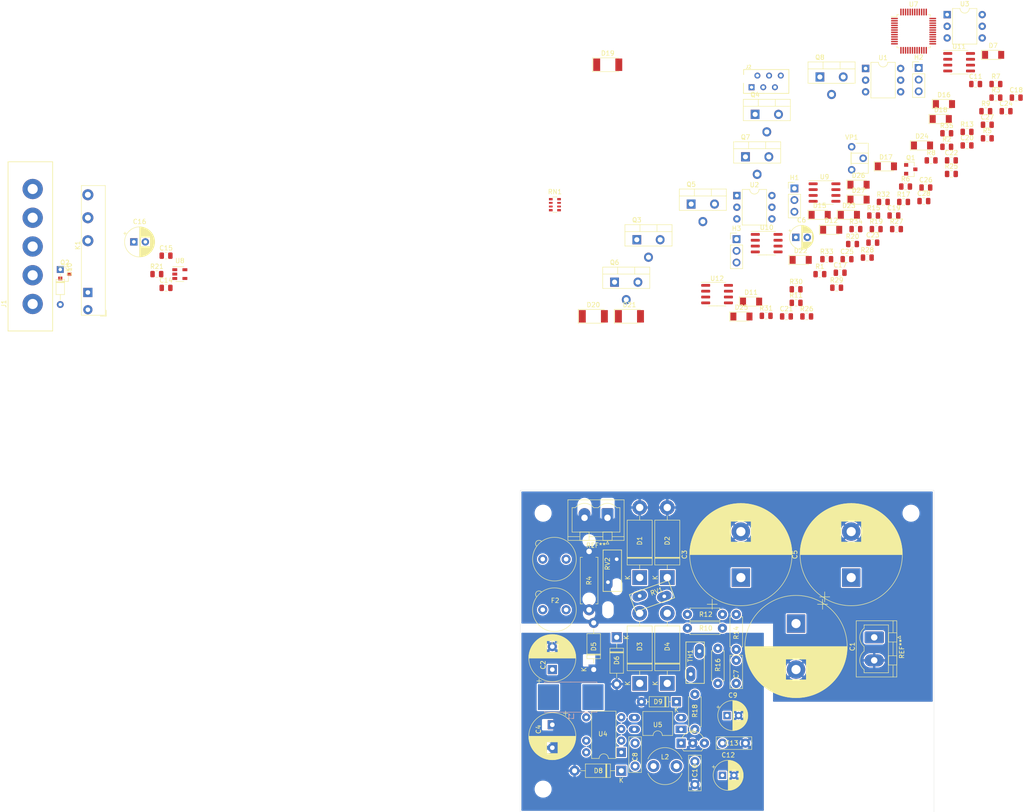
<source format=kicad_pcb>
(kicad_pcb (version 20171130) (host pcbnew "(5.1.2)-1")
  (layers (0 F.Cu signal) (31 B.Cu signal) (34 B.Paste user hide) (35 F.Paste user hide) (36 B.SilkS user hide) (37 F.SilkS user) (38 B.Mask user hide) (39 F.Mask user hide) (44 Edge.Cuts user))
  (net 0 "")
  (net 1 GND)
  (net 2 /VCC)
  (net 3 /OKP)
  (net 4 /OKM)
  (net 5 "Net-(U1-Pad1)")
  (net 6 "Net-(U1-Pad3)")
  (net 7 "Net-(U1-Pad6)")
  (net 8 /PHA)
  (net 9 /PHB)
  (net 10 /PHC)
  (net 11 /LED)
  (net 12 /OUT_BRK)
  (net 13 /CHA)
  (net 14 /CHB)
  (net 15 /CHC)
  (net 16 /SWDIO)
  (net 17 /SWDCLK)
  (net 18 /TXD)
  (net 19 /RXD)
  (net 20 /SPEED)
  (net 21 /~NRST)
  (net 22 /3VDC)
  (net 23 /CURR)
  (net 24 /ACN)
  (net 25 "Net-(Q1-Pad1)")
  (net 26 "Net-(Q1-Pad2)")
  (net 27 "Net-(Q1-Pad3)")
  (net 28 "Net-(D18-Pad2)")
  (net 29 "Net-(R1-Pad1)")
  (net 30 "Net-(R2-Pad1)")
  (net 31 /TX)
  (net 32 /RX)
  (net 33 GNDD)
  (net 34 "Net-(R6-Pad2)")
  (net 35 "Net-(R9-Pad2)")
  (net 36 "Net-(U2-Pad6)")
  (net 37 "Net-(U2-Pad3)")
  (net 38 /VEXT)
  (net 39 "Net-(U3-Pad3)")
  (net 40 "Net-(U3-Pad6)")
  (net 41 "Net-(U4-Pad4)")
  (net 42 "Net-(C2-Pad1)")
  (net 43 "Net-(U7-Pad5)")
  (net 44 "Net-(U7-Pad6)")
  (net 45 /SA)
  (net 46 /SB)
  (net 47 /SC)
  (net 48 "Net-(U7-Pad21)")
  (net 49 "Net-(U7-Pad22)")
  (net 50 "Net-(U7-Pad25)")
  (net 51 "Net-(U7-Pad26)")
  (net 52 "Net-(U7-Pad27)")
  (net 53 "Net-(U7-Pad28)")
  (net 54 "Net-(U7-Pad32)")
  (net 55 "Net-(U7-Pad33)")
  (net 56 "Net-(U7-Pad38)")
  (net 57 "Net-(U7-Pad39)")
  (net 58 "Net-(U7-Pad40)")
  (net 59 "Net-(U7-Pad41)")
  (net 60 "Net-(U7-Pad45)")
  (net 61 "Net-(U7-Pad46)")
  (net 62 /VB)
  (net 63 /ACL)
  (net 64 "Net-(J1-Pad3)")
  (net 65 "Net-(D22-Pad1)")
  (net 66 "Net-(D23-Pad1)")
  (net 67 "Net-(C24-Pad2)")
  (net 68 /5VDC)
  (net 69 /CHAN)
  (net 70 /CHBN)
  (net 71 /CHCN)
  (net 72 "Net-(C4-Pad1)")
  (net 73 "Net-(C21-Pad2)")
  (net 74 "Net-(C22-Pad2)")
  (net 75 "Net-(C23-Pad2)")
  (net 76 "Net-(D1-Pad1)")
  (net 77 "Net-(D5-Pad2)")
  (net 78 "Net-(D7-Pad1)")
  (net 79 "Net-(D9-Pad1)")
  (net 80 "Net-(D22-Pad2)")
  (net 81 "Net-(D23-Pad2)")
  (net 82 "Net-(F2-Pad1)")
  (net 83 "Net-(R10-Pad2)")
  (net 84 "Net-(C21-Pad1)")
  (net 85 "Net-(C22-Pad1)")
  (net 86 "Net-(C23-Pad1)")
  (net 87 "Net-(D24-Pad1)")
  (net 88 "Net-(D24-Pad2)")
  (net 89 "Net-(D25-Pad2)")
  (net 90 "Net-(D25-Pad1)")
  (net 91 "Net-(D26-Pad1)")
  (net 92 "Net-(D26-Pad2)")
  (net 93 "Net-(C1-Pad1)")
  (net 94 "Net-(D27-Pad2)")
  (net 95 "Net-(K1-Pad12)")
  (net 96 /VBON)
  (net 97 /ADCVB)
  (net 98 "Net-(C8-Pad1)")
  (net 99 "Net-(C8-Pad2)")
  (net 100 "Net-(C14-Pad2)")
  (net 101 "Net-(D10-Pad2)")
  (net 102 "Net-(D27-Pad1)")
  (net 103 "Net-(Q4-Pad3)")
  (net 104 "Net-(R12-Pad2)")
  (net 105 "Net-(R19-Pad1)")
  (net 106 "Net-(R21-Pad2)")
  (net 107 "Net-(R26-Pad1)")
  (net 108 /DIR)
  (net 109 /TEMPON)
  (net 110 GNDPWR)
  (net 111 "Net-(RN1-Pad4)")
  (net 112 "Net-(D3-Pad1)")
  (module Connector_Phoenix_MSTB:PhoenixContact_MSTBVA_2,5_2-G_1x02_P5.00mm_Vertical (layer F.Cu) (at 129 36 180)
    (fp_text reference REF** (at 2.5 -6) (layer F.SilkS))
    (fp_text value PhoenixContact_MSTBVA_2,5_2-G_1x02_P5.00mm_Vertical)
    (pad 1 thru_hole roundrect (at 0 0 180) (size 2.6 4.2) (drill 1.4) (layers *.Cu *.Mask) (roundrect_rratio 0.125) (net 24 /ACN))
    (pad 2 thru_hole oval (at 5 0 180) (size 2.6 4.2) (drill 1.4) (layers *.Cu *.Mask) (net 63 /ACL))
  )
  (module Connector_Phoenix_MSTB:PhoenixContact_MSTBVA_2,5_2-G_1x02_P5.00mm_Vertical (layer F.Cu) (at 187 62 270)
    (fp_text reference REF** (at 2.5 -6 90) (layer F.SilkS))
    (fp_text value PhoenixContact_MSTBVA_2,5_2-G_1x02_P5.00mm_Vertical)
    (pad 2 thru_hole oval (at 5 0 270) (size 2.6 4.2) (drill 1.4) (layers *.Cu *.Mask) (net 110 GNDPWR))
    (pad 1 thru_hole roundrect (at 0 0 270) (size 2.6 4.2) (drill 1.4) (layers *.Cu *.Mask) (roundrect_rratio 0.125) (net 93 "Net-(C1-Pad1)"))
  )
  (module Package_TO_SOT_THT:TO-92L_Inline_Wide (layer F.Cu) (at 145 85)
    (fp_text reference U6 (at 2.54 -2.6 -180) (layer F.SilkS) (effects (font (size 0.7 0.7))))
    (fp_text value LM340MP-5.0)
    (pad 1 thru_hole rect (at 0 0 90) (size 2 2) (drill 0.8) (layers *.Cu *.Mask) (net 2 /VCC))
    (pad 3 thru_hole circle (at 5.08 0 90) (size 2 2) (drill 0.8) (layers *.Cu *.Mask) (net 68 /5VDC))
    (pad 2 thru_hole circle (at 2.54 0 90) (size 2 2) (drill 0.8) (layers *.Cu *.Mask) (net 33 GNDD))
  )
  (module Capacitor_THT:C_Rect_L7.0mm_W2.5mm_P5.00mm (layer F.Cu) (at 157 72 90)
    (fp_text reference C7 (at 2 0 90) (layer F.SilkS))
    (fp_text value 100n)
    (pad 2 thru_hole circle (at 5 0 180) (size 2 2) (drill 0.8) (layers *.Cu *.Mask) (net 97 /ADCVB))
    (pad 1 thru_hole circle (at 0 0 180) (size 2 2) (drill 0.8) (layers *.Cu *.Mask) (net 110 GNDPWR))
  )
  (module Resistor_THT:R_Axial_DIN0207_L6.3mm_D2.5mm_P7.62mm_Horizontal (layer F.Cu) (at 153 72 90)
    (fp_text reference R16 (at 4 0 90) (layer F.SilkS))
    (fp_text value 2k2)
    (pad 2 thru_hole circle (at 7.62 0 180) (size 2 2) (drill 0.8) (layers *.Cu *.Mask) (net 97 /ADCVB))
    (pad 1 thru_hole circle (at 0 0 180) (size 2 2) (drill 0.8) (layers *.Cu *.Mask) (net 110 GNDPWR))
  )
  (module Resistor_THT:R_Axial_DIN0207_L6.3mm_D2.5mm_P7.62mm_Horizontal (layer F.Cu) (at 157 57 270)
    (fp_text reference R14 (at 4 0 90) (layer F.SilkS))
    (fp_text value 100k)
    (pad 2 thru_hole circle (at 7.62 0) (size 2 2) (drill 0.8) (layers *.Cu *.Mask) (net 97 /ADCVB))
    (pad 1 thru_hole circle (at 0 0) (size 2 2) (drill 0.8) (layers *.Cu *.Mask) (net 104 "Net-(R12-Pad2)"))
  )
  (module Resistor_THT:R_Axial_DIN0207_L6.3mm_D2.5mm_P7.62mm_Horizontal (layer F.Cu) (at 146.38 57)
    (fp_text reference R12 (at 4 0) (layer F.SilkS))
    (fp_text value 100k)
    (pad 2 thru_hole circle (at 7.62 0 90) (size 2 2) (drill 0.8) (layers *.Cu *.Mask) (net 104 "Net-(R12-Pad2)"))
    (pad 1 thru_hole circle (at 0 0 90) (size 2 2) (drill 0.8) (layers *.Cu *.Mask) (net 83 "Net-(R10-Pad2)"))
  )
  (module Resistor_THT:R_Axial_DIN0207_L6.3mm_D2.5mm_P7.62mm_Horizontal (layer F.Cu) (at 154 60 180)
    (fp_text reference R10 (at 3.62 0) (layer F.SilkS))
    (fp_text value 100k)
    (pad 2 thru_hole circle (at 7.62 0 270) (size 2 2) (drill 0.8) (layers *.Cu *.Mask) (net 83 "Net-(R10-Pad2)"))
    (pad 1 thru_hole circle (at 0 0 270) (size 2 2) (drill 0.8) (layers *.Cu *.Mask) (net 93 "Net-(C1-Pad1)"))
  )
  (module Capacitor_THT:C_Disc_D7.5mm_W2.5mm_P5.00mm (layer F.Cu) (at 159 85 180)
    (fp_text reference C13 (at 3 0) (layer F.SilkS))
    (fp_text value 100n)
    (pad 2 thru_hole circle (at 5 0 180) (size 2 2) (drill 1) (layers *.Cu *.Mask) (net 68 /5VDC))
    (pad 1 thru_hole circle (at 0 0 180) (size 2 2) (drill 1) (layers *.Cu *.Mask) (net 33 GNDD))
  )
  (module Capacitor_THT:C_Disc_D7.5mm_W2.5mm_P5.00mm (layer F.Cu) (at 148 94 90)
    (fp_text reference C10 (at 3 0 90) (layer F.SilkS))
    (fp_text value 100n)
    (pad 2 thru_hole circle (at 5 0 90) (size 2 2) (drill 1) (layers *.Cu *.Mask) (net 2 /VCC))
    (pad 1 thru_hole circle (at 0 0 90) (size 2 2) (drill 1) (layers *.Cu *.Mask) (net 33 GNDD))
  )
  (module Diode_THT:D_DO-34_SOD68_P7.62mm_Horizontal (layer F.Cu) (at 10 -18 270)
    (fp_text reference D10 (at 0 -2 90) (layer F.SilkS))
    (fp_text value LL4148)
    (fp_text user K (at 0 -1.75 90) (layer F.SilkS))
    (pad 2 thru_hole oval (at 7.62 0 270) (size 1.5 1.5) (drill 0.75) (layers *.Cu *.Mask) (net 101 "Net-(D10-Pad2)"))
    (pad 1 thru_hole rect (at 0 0 270) (size 1.5 1.5) (drill 0.75) (layers *.Cu *.Mask) (net 2 /VCC))
  )
  (module Resistor_THT:R_Axial_DIN0207_L6.3mm_D2.5mm_P7.62mm_Horizontal (layer F.Cu) (at 148 74.38 270)
    (fp_text reference R18 (at 3.62 0 90) (layer F.SilkS))
    (fp_text value 4k7)
    (pad 2 thru_hole circle (at 7.62 0) (size 2 2) (drill 0.8) (layers *.Cu *.Mask) (net 2 /VCC))
    (pad 1 thru_hole circle (at 0 0) (size 2 2) (drill 0.8) (layers *.Cu *.Mask) (net 79 "Net-(D9-Pad1)"))
  )
  (module Diode_THT:D_DO-35_SOD27_P7.62mm_Horizontal (layer F.Cu) (at 144 76 180)
    (fp_text reference D9 (at 4 0) (layer F.SilkS))
    (fp_text value 12V)
    (fp_text user K (at 0 -1.8) (layer F.SilkS))
    (pad 2 thru_hole circle (at 7.62 0 270) (size 2 2) (drill 0.8) (layers *.Cu *.Mask) (net 33 GNDD))
    (pad 1 thru_hole rect (at 0 0 270) (size 2 2) (drill 0.8) (layers *.Cu *.Mask) (net 79 "Net-(D9-Pad1)"))
  )
  (module Package_DIP:DIP-4_W10.16mm_LongPads (layer F.Cu) (at 145 82 180)
    (fp_text reference U5 (at 5.08 1) (layer F.SilkS))
    (fp_text value PC817)
    (pad 1 thru_hole rect (at 0 0 180) (size 2.4 1.6) (drill 0.8) (layers *.Cu *.Mask) (net 2 /VCC))
    (pad 3 thru_hole oval (at 10.16 2.54 180) (size 2.4 1.6) (drill 0.8) (layers *.Cu *.Mask) (net 41 "Net-(U4-Pad4)"))
    (pad 2 thru_hole oval (at 0 2.54 180) (size 2.4 1.6) (drill 0.8) (layers *.Cu *.Mask) (net 79 "Net-(D9-Pad1)"))
    (pad 4 thru_hole oval (at 10.16 0 180) (size 2.4 1.6) (drill 0.8) (layers *.Cu *.Mask) (net 99 "Net-(C8-Pad2)"))
  )
  (module Capacitor_THT:C_Disc_D7.5mm_W2.5mm_P5.00mm (layer F.Cu) (at 135 90 90)
    (fp_text reference C8 (at 2 0 90) (layer F.SilkS))
    (fp_text value 100n)
    (pad 2 thru_hole circle (at 5 0 90) (size 2 2) (drill 1) (layers *.Cu *.Mask) (net 99 "Net-(C8-Pad2)"))
    (pad 1 thru_hole circle (at 0 0 90) (size 2 2) (drill 1) (layers *.Cu *.Mask) (net 98 "Net-(C8-Pad1)"))
  )
  (module Package_DIP:DIP-8-N6_W7.62mm (layer F.Cu) (at 132 87 180)
    (fp_text reference U4 (at 4 4) (layer F.SilkS))
    (fp_text value LNK304G)
    (pad 8 thru_hole circle (at 7.62 0 270) (size 1.8 1.8) (drill 0.8) (layers *.Cu *.Mask) (net 98 "Net-(C8-Pad1)"))
    (pad 4 thru_hole circle (at 0 7.62 270) (size 1.8 1.8) (drill 0.8) (layers *.Cu *.Mask) (net 41 "Net-(U4-Pad4)"))
    (pad 7 thru_hole circle (at 7.62 2.54 270) (size 1.8 1.8) (drill 0.8) (layers *.Cu *.Mask) (net 98 "Net-(C8-Pad1)"))
    (pad 3 thru_hole circle (at 0 5.08 270) (size 1.8 1.8) (drill 0.8) (layers *.Cu *.Mask) (net 99 "Net-(C8-Pad2)"))
    (pad 2 thru_hole circle (at 0 2.54 270) (size 1.8 1.8) (drill 0.8) (layers *.Cu *.Mask) (net 98 "Net-(C8-Pad1)"))
    (pad 5 thru_hole circle (at 7.62 7.62 270) (size 1.8 1.8) (drill 0.8) (layers *.Cu *.Mask) (net 72 "Net-(C4-Pad1)"))
    (pad 1 thru_hole rect (at 0 0 180) (size 2 2) (drill 0.8) (layers *.Cu *.Mask) (net 98 "Net-(C8-Pad1)"))
  )
  (module Diode_THT:D_DO-41_SOD81_P10.16mm_Horizontal (layer F.Cu) (at 126 69 90)
    (fp_text reference D5 (at 5 0 90) (layer F.SilkS))
    (fp_text value LL4005)
    (fp_text user K (at 0 -2.1 90) (layer F.SilkS))
    (pad 2 thru_hole oval (at 10.16 0 90) (size 2.2 2.2) (drill 1.1) (layers *.Cu *.Mask) (net 77 "Net-(D5-Pad2)"))
    (pad 1 thru_hole rect (at 0 0 90) (size 2.2 2.2) (drill 1.1) (layers *.Cu *.Mask) (net 42 "Net-(C2-Pad1)"))
  )
  (module Diode_THT:D_DO-41_SOD81_P10.16mm_Horizontal (layer F.Cu) (at 131 62 270)
    (fp_text reference D6 (at 5 0 90) (layer F.SilkS))
    (fp_text value LL4005)
    (fp_text user K (at 0 -2.1 90) (layer F.SilkS))
    (pad 2 thru_hole oval (at 10.16 0 270) (size 2.2 2.2) (drill 1.1) (layers *.Cu *.Mask) (net 33 GNDD))
    (pad 1 thru_hole rect (at 0 0 270) (size 2.2 2.2) (drill 1.1) (layers *.Cu *.Mask) (net 24 /ACN))
  )
  (module MountingHole:MountingHole_3.2mm_M3 (layer F.Cu) (at 115 35)
    (fp_text reference REF** hide)
    (fp_text value MountingHole_3.2mm_M3)
    (pad 1 np_thru_hole circle (at 0 0) (size 3.2 3.2) (drill 3.2) (layers *.Cu *.Mask))
  )
  (module MountingHole:MountingHole_3.2mm_M3 (layer F.Cu) (at 115 95)
    (fp_text reference REF** hide)
    (fp_text value MountingHole_3.2mm_M3)
    (pad 1 np_thru_hole circle (at 0 0) (size 3.2 3.2) (drill 3.2) (layers *.Cu *.Mask))
  )
  (module MountingHole:MountingHole_3.2mm_M3 (layer F.Cu) (at 195 95)
    (fp_text reference REF** hide)
    (fp_text value MountingHole_3.2mm_M3)
    (pad 1 np_thru_hole circle (at 0 0) (size 3.2 3.2) (drill 3.2) (layers *.Cu *.Mask))
  )
  (module MountingHole:MountingHole_3.2mm_M3 (layer F.Cu) (at 195 35)
    (fp_text reference REF** hide)
    (fp_text value MountingHole_3.2mm_M3)
    (pad 1 np_thru_hole circle (at 0 0) (size 3.2 3.2) (drill 3.2) (layers *.Cu *.Mask))
  )
  (module Capacitor_THT:CP_Radial_D22.0mm_P10.00mm_SnapIn (layer F.Cu) (at 170 59 270)
    (fp_text reference C1 (at 5 -12.25 90) (layer F.SilkS))
    (fp_text value 120x400V)
    (pad 1 thru_hole rect (at 0 0 270) (size 4 4) (drill 2) (layers *.Cu *.Mask) (net 93 "Net-(C1-Pad1)"))
    (pad 2 thru_hole circle (at 10 0 270) (size 4 4) (drill 2) (layers *.Cu *.Mask) (net 110 GNDPWR))
  )
  (module Capacitor_THT:CP_Radial_D10.0mm_P5.00mm (layer F.Cu) (at 117 69 90)
    (fp_text reference C2 (at 1 -2 90) (layer F.SilkS))
    (fp_text value 4.7x400V)
    (pad 2 thru_hole circle (at 5 0 90) (size 2 2) (drill 1) (layers *.Cu *.Mask) (net 33 GNDD))
    (pad 1 thru_hole rect (at 0 0 90) (size 2 2) (drill 1) (layers *.Cu *.Mask) (net 42 "Net-(C2-Pad1)"))
  )
  (module Capacitor_THT:CP_Radial_D22.0mm_P10.00mm_SnapIn (layer F.Cu) (at 158 49 90)
    (fp_text reference C3 (at 5 -12.25 90) (layer F.SilkS))
    (fp_text value 120x400V)
    (pad 1 thru_hole rect (at 0 0 90) (size 4 4) (drill 2) (layers *.Cu *.Mask) (net 93 "Net-(C1-Pad1)"))
    (pad 2 thru_hole circle (at 10 0 90) (size 4 4) (drill 2) (layers *.Cu *.Mask) (net 110 GNDPWR))
  )
  (module Capacitor_THT:CP_Radial_D10.0mm_P5.00mm (layer F.Cu) (at 117 81 270)
    (fp_text reference C4 (at 1 3 90) (layer F.SilkS))
    (fp_text value 4.7x400V)
    (pad 1 thru_hole rect (at 0 0 270) (size 2 2) (drill 1) (layers *.Cu *.Mask) (net 72 "Net-(C4-Pad1)"))
    (pad 2 thru_hole circle (at 5 0 270) (size 2 2) (drill 1) (layers *.Cu *.Mask) (net 33 GNDD))
  )
  (module Capacitor_THT:CP_Radial_D22.0mm_P10.00mm_SnapIn (layer F.Cu) (at 182 49 90)
    (fp_text reference C5 (at 5 -12.25 90) (layer F.SilkS))
    (fp_text value 120x400V)
    (pad 2 thru_hole circle (at 10 0 90) (size 4 4) (drill 2) (layers *.Cu *.Mask) (net 110 GNDPWR))
    (pad 1 thru_hole rect (at 0 0 90) (size 4 4) (drill 2) (layers *.Cu *.Mask) (net 93 "Net-(C1-Pad1)"))
  )
  (module Capacitor_THT:CP_Radial_D5.0mm_P2.50mm (layer F.Cu) (at 169.954776 -24.984999)
    (fp_text reference C6 (at 1.25 -3.75) (layer F.SilkS))
    (fp_text value 1.0x50V)
    (pad 1 thru_hole rect (at 0 0) (size 1.6 1.6) (drill 0.8) (layers *.Cu *.Mask) (net 20 /SPEED))
    (pad 2 thru_hole circle (at 2.5 0) (size 1.6 1.6) (drill 0.8) (layers *.Cu *.Mask) (net 33 GNDD))
  )
  (module Capacitor_THT:CP_Radial_D6.3mm_P2.50mm (layer F.Cu) (at 155 79)
    (fp_text reference C9 (at 1.25 -4.4) (layer F.SilkS))
    (fp_text value 100x16V)
    (pad 2 thru_hole circle (at 2.5 0) (size 1.6 1.6) (drill 0.8) (layers *.Cu *.Mask) (net 33 GNDD))
    (pad 1 thru_hole rect (at 0 0) (size 1.6 1.6) (drill 0.8) (layers *.Cu *.Mask) (net 2 /VCC))
  )
  (module Capacitor_SMD:C_0805_2012Metric (layer F.Cu) (at 209.055001 -58.324999)
    (fp_text reference C11 (at 0 -1.65) (layer F.SilkS))
    (fp_text value 100n)
    (pad 2 smd roundrect (at 0.9375 0) (size 0.975 1.4) (layers F.Cu F.Paste F.Mask) (net 21 /~NRST))
    (pad 1 smd roundrect (at -0.9375 0) (size 0.975 1.4) (layers F.Cu F.Paste F.Mask) (net 33 GNDD))
  )
  (module Capacitor_THT:CP_Radial_D6.3mm_P2.50mm (layer F.Cu) (at 154 92)
    (fp_text reference C12 (at 1.25 -4.4) (layer F.SilkS))
    (fp_text value 100x16V)
    (pad 1 thru_hole rect (at 0 0) (size 1.6 1.6) (drill 0.8) (layers *.Cu *.Mask) (net 68 /5VDC))
    (pad 2 thru_hole circle (at 2.5 0) (size 1.6 1.6) (drill 0.8) (layers *.Cu *.Mask) (net 33 GNDD))
  )
  (module Capacitor_SMD:C_0805_2012Metric (layer F.Cu) (at 33 -14)
    (fp_text reference C14 (at 0 -1.65) (layer F.SilkS))
    (fp_text value 100n)
    (pad 1 smd roundrect (at -0.9375 0) (size 0.975 1.4) (layers F.Cu F.Paste F.Mask) (net 33 GNDD))
    (pad 2 smd roundrect (at 0.9375 0) (size 0.975 1.4) (layers F.Cu F.Paste F.Mask) (net 100 "Net-(C14-Pad2)"))
  )
  (module Capacitor_SMD:C_0805_2012Metric (layer F.Cu) (at 33 -21)
    (fp_text reference C15 (at 0 -1.65) (layer F.SilkS))
    (fp_text value 100n)
    (pad 2 smd roundrect (at 0.9375 0) (size 0.975 1.4) (layers F.Cu F.Paste F.Mask) (net 22 /3VDC))
    (pad 1 smd roundrect (at -0.9375 0) (size 0.975 1.4) (layers F.Cu F.Paste F.Mask) (net 33 GNDD))
  )
  (module Capacitor_THT:CP_Radial_D6.3mm_P2.50mm (layer F.Cu) (at 26 -24)
    (fp_text reference C16 (at 1.25 -4.4) (layer F.SilkS))
    (fp_text value 100x16V)
    (pad 1 thru_hole rect (at 0 0) (size 1.6 1.6) (drill 0.8) (layers *.Cu *.Mask) (net 22 /3VDC))
    (pad 2 thru_hole circle (at 2.5 0) (size 1.6 1.6) (drill 0.8) (layers *.Cu *.Mask) (net 33 GNDD))
  )
  (module Capacitor_SMD:C_0805_2012Metric (layer F.Cu) (at 179.595001 -17.294999)
    (fp_text reference C17 (at 0 -1.65) (layer F.SilkS))
    (fp_text value 100n)
    (pad 2 smd roundrect (at 0.9375 0) (size 0.975 1.4) (layers F.Cu F.Paste F.Mask) (net 2 /VCC))
    (pad 1 smd roundrect (at -0.9375 0) (size 0.975 1.4) (layers F.Cu F.Paste F.Mask) (net 110 GNDPWR))
  )
  (module Capacitor_SMD:C_0805_2012Metric (layer F.Cu) (at 217.875001 -55.374999)
    (fp_text reference C18 (at 0 -1.65) (layer F.SilkS))
    (fp_text value 100n)
    (pad 2 smd roundrect (at 0.9375 0) (size 0.975 1.4) (layers F.Cu F.Paste F.Mask) (net 2 /VCC))
    (pad 1 smd roundrect (at -0.9375 0) (size 0.975 1.4) (layers F.Cu F.Paste F.Mask) (net 110 GNDPWR))
  )
  (module Capacitor_SMD:C_0805_2012Metric (layer F.Cu) (at 191.285001 -29.734999)
    (fp_text reference C19 (at 0 -1.65) (layer F.SilkS))
    (fp_text value 100n)
    (pad 1 smd roundrect (at -0.9375 0) (size 0.975 1.4) (layers F.Cu F.Paste F.Mask) (net 110 GNDPWR))
    (pad 2 smd roundrect (at 0.9375 0) (size 0.975 1.4) (layers F.Cu F.Paste F.Mask) (net 2 /VCC))
  )
  (module Capacitor_SMD:C_0805_2012Metric (layer F.Cu) (at 207.185001 -44.974999)
    (fp_text reference C20 (at 0 -1.65) (layer F.SilkS))
    (fp_text value 1n0)
    (pad 1 smd roundrect (at -0.9375 0) (size 0.975 1.4) (layers F.Cu F.Paste F.Mask) (net 110 GNDPWR))
    (pad 2 smd roundrect (at 0.9375 0) (size 0.975 1.4) (layers F.Cu F.Paste F.Mask) (net 23 /CURR))
  )
  (module Capacitor_SMD:C_0805_2012Metric (layer F.Cu) (at 167.915001 -7.794999)
    (fp_text reference C21 (at 0 -1.65) (layer F.SilkS))
    (fp_text value 1.0uFx50V)
    (pad 2 smd roundrect (at 0.9375 0) (size 0.975 1.4) (layers F.Cu F.Paste F.Mask) (net 73 "Net-(C21-Pad2)"))
    (pad 1 smd roundrect (at -0.9375 0) (size 0.975 1.4) (layers F.Cu F.Paste F.Mask) (net 84 "Net-(C21-Pad1)"))
  )
  (module Capacitor_SMD:C_0805_2012Metric (layer F.Cu) (at 203.785001 -41.724999)
    (fp_text reference C22 (at 0 -1.65) (layer F.SilkS))
    (fp_text value 1.0uFx50V)
    (pad 1 smd roundrect (at -0.9375 0) (size 0.975 1.4) (layers F.Cu F.Paste F.Mask) (net 85 "Net-(C22-Pad1)"))
    (pad 2 smd roundrect (at 0.9375 0) (size 0.975 1.4) (layers F.Cu F.Paste F.Mask) (net 74 "Net-(C22-Pad2)"))
  )
  (module Capacitor_SMD:C_0805_2012Metric (layer F.Cu) (at 186.695001 -23.834999)
    (fp_text reference C23 (at 0 -1.65) (layer F.SilkS))
    (fp_text value 1.0uFx50V)
    (pad 1 smd roundrect (at -0.9375 0) (size 0.975 1.4) (layers F.Cu F.Paste F.Mask) (net 86 "Net-(C23-Pad1)"))
    (pad 2 smd roundrect (at 0.9375 0) (size 0.975 1.4) (layers F.Cu F.Paste F.Mask) (net 75 "Net-(C23-Pad2)"))
  )
  (module Capacitor_SMD:C_0805_2012Metric (layer F.Cu) (at 215.675001 -52.424999)
    (fp_text reference C24 (at 0 -1.65) (layer F.SilkS))
    (fp_text value 1n0)
    (pad 1 smd roundrect (at -0.9375 0) (size 0.975 1.4) (layers F.Cu F.Paste F.Mask) (net 110 GNDPWR))
    (pad 2 smd roundrect (at 0.9375 0) (size 0.975 1.4) (layers F.Cu F.Paste F.Mask) (net 67 "Net-(C24-Pad2)"))
  )
  (module Capacitor_SMD:C_0805_2012Metric (layer F.Cu) (at 181.085001 -20.244999)
    (fp_text reference C25 (at 0 -1.65) (layer F.SilkS))
    (fp_text value 1n0)
    (pad 2 smd roundrect (at 0.9375 0) (size 0.975 1.4) (layers F.Cu F.Paste F.Mask) (net 68 /5VDC))
    (pad 1 smd roundrect (at -0.9375 0) (size 0.975 1.4) (layers F.Cu F.Paste F.Mask) (net 110 GNDPWR))
  )
  (module Capacitor_SMD:C_0805_2012Metric (layer F.Cu) (at 198.235001 -35.824999)
    (fp_text reference C26 (at 0 -1.65) (layer F.SilkS))
    (fp_text value 0.1)
    (pad 2 smd roundrect (at 0.9375 0) (size 0.975 1.4) (layers F.Cu F.Paste F.Mask) (net 2 /VCC))
    (pad 1 smd roundrect (at -0.9375 0) (size 0.975 1.4) (layers F.Cu F.Paste F.Mask) (net 33 GNDD))
  )
  (module Capacitor_SMD:C_0805_2012Metric (layer F.Cu) (at 211.595001 -49.474999)
    (fp_text reference C27 (at 0 -1.65) (layer F.SilkS))
    (fp_text value 0.1)
    (pad 2 smd roundrect (at 0.9375 0) (size 0.975 1.4) (layers F.Cu F.Paste F.Mask) (net 2 /VCC))
    (pad 1 smd roundrect (at -0.9375 0) (size 0.975 1.4) (layers F.Cu F.Paste F.Mask) (net 33 GNDD))
  )
  (module Capacitor_SMD:C_0805_2012Metric (layer F.Cu) (at 197.795001 -32.874999)
    (fp_text reference C28 (at 0 -1.65) (layer F.SilkS))
    (fp_text value 0.1)
    (pad 1 smd roundrect (at -0.9375 0) (size 0.975 1.4) (layers F.Cu F.Paste F.Mask) (net 33 GNDD))
    (pad 2 smd roundrect (at 0.9375 0) (size 0.975 1.4) (layers F.Cu F.Paste F.Mask) (net 2 /VCC))
  )
  (module Diode_THT:D_DO-201AD_P15.24mm_Horizontal (layer F.Cu) (at 136 49 90)
    (fp_text reference D1 (at 8 0 90) (layer F.SilkS))
    (fp_text value D)
    (fp_text user K (at 0 -2.6 90) (layer F.SilkS))
    (pad 1 thru_hole rect (at 0 0 90) (size 3.2 3.2) (drill 1.6) (layers *.Cu *.Mask) (net 76 "Net-(D1-Pad1)"))
    (pad 2 thru_hole oval (at 15.24 0 90) (size 3.2 3.2) (drill 1.6) (layers *.Cu *.Mask) (net 110 GNDPWR))
  )
  (module Diode_THT:D_DO-201AD_P15.24mm_Horizontal (layer F.Cu) (at 142 49 90)
    (fp_text reference D2 (at 8 0 90) (layer F.SilkS))
    (fp_text value D)
    (fp_text user K (at 0 -2.6 90) (layer F.SilkS))
    (pad 2 thru_hole oval (at 15.24 0 90) (size 3.2 3.2) (drill 1.6) (layers *.Cu *.Mask) (net 110 GNDPWR))
    (pad 1 thru_hole rect (at 0 0 90) (size 3.2 3.2) (drill 1.6) (layers *.Cu *.Mask) (net 24 /ACN))
  )
  (module Diode_THT:D_DO-201AD_P15.24mm_Horizontal (layer F.Cu) (at 136 72 90)
    (fp_text reference D3 (at 8 0 90) (layer F.SilkS))
    (fp_text value D)
    (fp_text user K (at 0 -2.6 90) (layer F.SilkS))
    (pad 1 thru_hole rect (at 0 0 90) (size 3.2 3.2) (drill 1.6) (layers *.Cu *.Mask) (net 112 "Net-(D3-Pad1)"))
    (pad 2 thru_hole oval (at 15.24 0 90) (size 3.2 3.2) (drill 1.6) (layers *.Cu *.Mask) (net 76 "Net-(D1-Pad1)"))
  )
  (module Diode_THT:D_DO-201AD_P15.24mm_Horizontal (layer F.Cu) (at 142 72 90)
    (fp_text reference D4 (at 8 0 90) (layer F.SilkS))
    (fp_text value D)
    (fp_text user K (at 0 -2.6 90) (layer F.SilkS))
    (pad 2 thru_hole oval (at 15.24 0 90) (size 3.2 3.2) (drill 1.6) (layers *.Cu *.Mask) (net 24 /ACN))
    (pad 1 thru_hole rect (at 0 0 90) (size 3.2 3.2) (drill 1.6) (layers *.Cu *.Mask) (net 112 "Net-(D3-Pad1)"))
  )
  (module Diode_SMD:D_MiniMELF (layer F.Cu) (at 212.865001 -64.674999)
    (fp_text reference D7 (at 0 -2) (layer F.SilkS))
    (fp_text value LL4148)
    (pad 2 smd rect (at 1.75 0) (size 1.3 1.7) (layers F.Cu F.Paste F.Mask) (net 2 /VCC))
    (pad 1 smd rect (at -1.75 0) (size 1.3 1.7) (layers F.Cu F.Paste F.Mask) (net 78 "Net-(D7-Pad1)"))
  )
  (module Diode_THT:D_DO-41_SOD81_P10.16mm_Horizontal (layer F.Cu) (at 132 91 180)
    (fp_text reference D8 (at 5 0) (layer F.SilkS))
    (fp_text value UF4005)
    (fp_text user K (at 0 -2.1) (layer F.SilkS))
    (pad 1 thru_hole rect (at 0 0 180) (size 2.2 2.2) (drill 1.1) (layers *.Cu *.Mask) (net 98 "Net-(C8-Pad1)"))
    (pad 2 thru_hole oval (at 10.16 0 180) (size 2.2 2.2) (drill 1.1) (layers *.Cu *.Mask) (net 33 GNDD))
  )
  (module Diode_SMD:D_MiniMELF (layer F.Cu) (at 160.225001 -11.024999)
    (fp_text reference D11 (at 0 -2) (layer F.SilkS))
    (fp_text value LL4148)
    (pad 2 smd rect (at 1.75 0) (size 1.3 1.7) (layers F.Cu F.Paste F.Mask) (net 21 /~NRST))
    (pad 1 smd rect (at -1.75 0) (size 1.3 1.7) (layers F.Cu F.Paste F.Mask) (net 22 /3VDC))
  )
  (module Diode_SMD:D_MiniMELF (layer F.Cu) (at 177.645001 -26.634999)
    (fp_text reference D12 (at 0 -2) (layer F.SilkS))
    (fp_text value LL4148)
    (pad 1 smd rect (at -1.75 0) (size 1.3 1.7) (layers F.Cu F.Paste F.Mask) (net 22 /3VDC))
    (pad 2 smd rect (at 1.75 0) (size 1.3 1.7) (layers F.Cu F.Paste F.Mask) (net 97 /ADCVB))
  )
  (module Diode_SMD:D_MiniMELF (layer F.Cu) (at 175.145001 -29.884999)
    (fp_text reference D15 (at 0 -2) (layer F.SilkS))
    (fp_text value LL4148)
    (pad 2 smd rect (at 1.75 0) (size 1.3 1.7) (layers F.Cu F.Paste F.Mask) (net 2 /VCC))
    (pad 1 smd rect (at -1.75 0) (size 1.3 1.7) (layers F.Cu F.Paste F.Mask) (net 73 "Net-(C21-Pad2)"))
  )
  (module Diode_SMD:D_MiniMELF (layer F.Cu) (at 202.175001 -53.974999)
    (fp_text reference D16 (at 0 -2) (layer F.SilkS))
    (fp_text value LL4148)
    (pad 1 smd rect (at -1.75 0) (size 1.3 1.7) (layers F.Cu F.Paste F.Mask) (net 74 "Net-(C22-Pad2)"))
    (pad 2 smd rect (at 1.75 0) (size 1.3 1.7) (layers F.Cu F.Paste F.Mask) (net 2 /VCC))
  )
  (module Diode_SMD:D_MiniMELF (layer F.Cu) (at 189.545001 -40.434999)
    (fp_text reference D17 (at 0 -2) (layer F.SilkS))
    (fp_text value LL4148)
    (pad 1 smd rect (at -1.75 0) (size 1.3 1.7) (layers F.Cu F.Paste F.Mask) (net 75 "Net-(C23-Pad2)"))
    (pad 2 smd rect (at 1.75 0) (size 1.3 1.7) (layers F.Cu F.Paste F.Mask) (net 2 /VCC))
  )
  (module Diode_SMD:D_MiniMELF (layer F.Cu) (at 201.475001 -50.724999)
    (fp_text reference D18 (at 0 -2) (layer F.SilkS))
    (fp_text value LL4148)
    (pad 1 smd rect (at -1.75 0) (size 1.3 1.7) (layers F.Cu F.Paste F.Mask) (net 23 /CURR))
    (pad 2 smd rect (at 1.75 0) (size 1.3 1.7) (layers F.Cu F.Paste F.Mask) (net 28 "Net-(D18-Pad2)"))
  )
  (module Diode_SMD:D_MELF (layer F.Cu) (at 129.055001 -62.524999)
    (fp_text reference D19 (at 0 -2.5) (layer F.SilkS))
    (fp_text value LL4005)
    (pad 1 smd rect (at -2.4 0) (size 1.5 2.7) (layers F.Cu F.Paste F.Mask) (net 84 "Net-(C21-Pad1)"))
    (pad 2 smd rect (at 2.4 0) (size 1.5 2.7) (layers F.Cu F.Paste F.Mask) (net 110 GNDPWR))
  )
  (module Diode_SMD:D_MELF (layer F.Cu) (at 125.925001 -7.814999)
    (fp_text reference D20 (at 0 -2.5) (layer F.SilkS))
    (fp_text value LL4005)
    (pad 1 smd rect (at -2.4 0) (size 1.5 2.7) (layers F.Cu F.Paste F.Mask) (net 85 "Net-(C22-Pad1)"))
    (pad 2 smd rect (at 2.4 0) (size 1.5 2.7) (layers F.Cu F.Paste F.Mask) (net 110 GNDPWR))
  )
  (module Diode_SMD:D_MELF (layer F.Cu) (at 133.775001 -7.814999)
    (fp_text reference D21 (at 0 -2.5) (layer F.SilkS))
    (fp_text value LL4005)
    (pad 2 smd rect (at 2.4 0) (size 1.5 2.7) (layers F.Cu F.Paste F.Mask) (net 110 GNDPWR))
    (pad 1 smd rect (at -2.4 0) (size 1.5 2.7) (layers F.Cu F.Paste F.Mask) (net 86 "Net-(C23-Pad1)"))
  )
  (module Diode_SMD:D_MiniMELF (layer F.Cu) (at 171.015001 -20.084999)
    (fp_text reference D22 (at 0 -2) (layer F.SilkS))
    (fp_text value LL4148)
    (pad 1 smd rect (at -1.75 0) (size 1.3 1.7) (layers F.Cu F.Paste F.Mask) (net 65 "Net-(D22-Pad1)"))
    (pad 2 smd rect (at 1.75 0) (size 1.3 1.7) (layers F.Cu F.Paste F.Mask) (net 80 "Net-(D22-Pad2)"))
  )
  (module Diode_SMD:D_MiniMELF (layer F.Cu) (at 181.495001 -29.884999)
    (fp_text reference D23 (at 0 -2) (layer F.SilkS))
    (fp_text value LL4148)
    (pad 2 smd rect (at 1.75 0) (size 1.3 1.7) (layers F.Cu F.Paste F.Mask) (net 81 "Net-(D23-Pad2)"))
    (pad 1 smd rect (at -1.75 0) (size 1.3 1.7) (layers F.Cu F.Paste F.Mask) (net 66 "Net-(D23-Pad1)"))
  )
  (module Diode_SMD:D_MiniMELF (layer F.Cu) (at 197.395001 -44.974999)
    (fp_text reference D24 (at 0 -2) (layer F.SilkS))
    (fp_text value LL4148)
    (pad 2 smd rect (at 1.75 0) (size 1.3 1.7) (layers F.Cu F.Paste F.Mask) (net 88 "Net-(D24-Pad2)"))
    (pad 1 smd rect (at -1.75 0) (size 1.3 1.7) (layers F.Cu F.Paste F.Mask) (net 87 "Net-(D24-Pad1)"))
  )
  (module Diode_SMD:D_MiniMELF (layer F.Cu) (at 158.125001 -7.774999)
    (fp_text reference D25 (at 0 -2) (layer F.SilkS))
    (fp_text value LL4148)
    (pad 2 smd rect (at 1.75 0) (size 1.3 1.7) (layers F.Cu F.Paste F.Mask) (net 89 "Net-(D25-Pad2)"))
    (pad 1 smd rect (at -1.75 0) (size 1.3 1.7) (layers F.Cu F.Paste F.Mask) (net 90 "Net-(D25-Pad1)"))
  )
  (module Diode_SMD:D_MiniMELF (layer F.Cu) (at 183.595001 -36.434999)
    (fp_text reference D26 (at 0 -2) (layer F.SilkS))
    (fp_text value LL4148)
    (pad 1 smd rect (at -1.75 0) (size 1.3 1.7) (layers F.Cu F.Paste F.Mask) (net 91 "Net-(D26-Pad1)"))
    (pad 2 smd rect (at 1.75 0) (size 1.3 1.7) (layers F.Cu F.Paste F.Mask) (net 92 "Net-(D26-Pad2)"))
  )
  (module Diode_SMD:D_MiniMELF (layer F.Cu) (at 183.595001 -33.184999)
    (fp_text reference D27 (at 0 -2) (layer F.SilkS))
    (fp_text value LL4148)
    (pad 2 smd rect (at 1.75 0) (size 1.3 1.7) (layers F.Cu F.Paste F.Mask) (net 94 "Net-(D27-Pad2)"))
    (pad 1 smd rect (at -1.75 0) (size 1.3 1.7) (layers F.Cu F.Paste F.Mask) (net 102 "Net-(D27-Pad1)"))
  )
  (module Fuse:Fuseholder_TR5_Littelfuse_No560_No460 (layer F.Cu) (at 120 56 180)
    (fp_text reference F1 (at 2.39 -6.89) (layer F.SilkS))
    (fp_text value 5A)
    (pad 1 thru_hole circle (at 0 0 180) (size 2 2) (drill 1) (layers *.Cu *.Mask) (net 76 "Net-(D1-Pad1)"))
    (pad 2 thru_hole circle (at 5.08 0.01 180) (size 2 2) (drill 1) (layers *.Cu *.Mask) (net 63 /ACL))
  )
  (module Fuse:Fuseholder_TR5_Littelfuse_No560_No460 (layer F.Cu) (at 120 45 180)
    (fp_text reference F2 (at 2.39 -9) (layer F.SilkS))
    (fp_text value 3A)
    (pad 2 thru_hole circle (at 5.08 0.01 180) (size 2 2) (drill 1) (layers *.Cu *.Mask) (net 63 /ACL))
    (pad 1 thru_hole circle (at 0 0 180) (size 2 2) (drill 1) (layers *.Cu *.Mask) (net 82 "Net-(F2-Pad1)"))
  )
  (module Connector_PinHeader_2.54mm:PinHeader_1x03_P2.54mm_Vertical (layer F.Cu) (at 169.645001 -35.634999)
    (fp_text reference H1 (at 0 -2.33) (layer F.SilkS))
    (fp_text value SA)
    (pad 3 thru_hole oval (at 0 5.08) (size 1.7 1.7) (drill 1) (layers *.Cu *.Mask) (net 33 GNDD))
    (pad 2 thru_hole oval (at 0 2.54) (size 1.7 1.7) (drill 1) (layers *.Cu *.Mask) (net 45 /SA))
    (pad 1 thru_hole rect (at 0 0) (size 1.7 1.7) (drill 1) (layers *.Cu *.Mask) (net 2 /VCC))
  )
  (module Connector_PinHeader_2.54mm:PinHeader_1x03_P2.54mm_Vertical (layer F.Cu) (at 196.675001 -61.824999)
    (fp_text reference H2 (at 0 -2.33) (layer F.SilkS))
    (fp_text value SB)
    (pad 1 thru_hole rect (at 0 0) (size 1.7 1.7) (drill 1) (layers *.Cu *.Mask) (net 2 /VCC))
    (pad 2 thru_hole oval (at 0 2.54) (size 1.7 1.7) (drill 1) (layers *.Cu *.Mask) (net 46 /SB))
    (pad 3 thru_hole oval (at 0 5.08) (size 1.7 1.7) (drill 1) (layers *.Cu *.Mask) (net 33 GNDD))
  )
  (module Connector_PinHeader_2.54mm:PinHeader_1x03_P2.54mm_Vertical (layer F.Cu) (at 157.065001 -24.594999)
    (fp_text reference H3 (at 0 -2.33) (layer F.SilkS))
    (fp_text value SC)
    (pad 1 thru_hole rect (at 0 0) (size 1.7 1.7) (drill 1) (layers *.Cu *.Mask) (net 2 /VCC))
    (pad 2 thru_hole oval (at 0 2.54) (size 1.7 1.7) (drill 1) (layers *.Cu *.Mask) (net 47 /SC))
    (pad 3 thru_hole oval (at 0 5.08) (size 1.7 1.7) (drill 1) (layers *.Cu *.Mask) (net 33 GNDD))
  )
  (module valdiklio_footprints:Jungtis (layer F.Cu) (at 4.045 -23.025 90)
    (fp_text reference J1 (at -12.475 -6.305 90) (layer F.SilkS))
    (fp_text value Conn_01x05)
    (pad 1 thru_hole circle (at -12.525 -0.045 90) (size 4.4 4.4) (drill 2.2) (layers *.Cu *.Mask) (net 63 /ACL))
    (pad 2 thru_hole circle (at -6.275 -0.045 90) (size 4.4 4.4) (drill 2.2) (layers *.Cu *.Mask) (net 24 /ACN))
    (pad 3 thru_hole circle (at -0.025 -0.045 90) (size 4.4 4.4) (drill 2.2) (layers *.Cu *.Mask) (net 64 "Net-(J1-Pad3)"))
    (pad 4 thru_hole circle (at 6.225 -0.045 90) (size 4.4 4.4) (drill 2.2) (layers *.Cu *.Mask) (net 4 /OKM))
    (pad 5 thru_hole circle (at 12.475 -0.045 90) (size 4.4 4.4) (drill 2.2) (layers *.Cu *.Mask) (net 3 /OKP))
  )
  (module mech:ISP_SWD_Connector (layer F.Cu) (at 160.27 -57.604999)
    (fp_text reference J2 (at -0.6 -4.45) (layer F.SilkS) (effects (font (size 0.7 0.7))))
    (fp_text value ISP_SWD_Connector)
    (pad 2 thru_hole circle (at 1.33058 -2.56232) (size 1.3 1.3) (drill 0.7) (layers *.Cu *.Mask) (net 33 GNDD))
    (pad "" np_thru_hole circle (at -1.37 -1.76) (size 1.3 1.3) (drill 1.3) (layers *.Cu))
    (pad 1 thru_hole rect (at 0.06058 -0.02232) (size 1.3 1.3) (drill 0.7) (layers *.Cu *.Mask) (net 16 /SWDIO))
    (pad 3 thru_hole circle (at 2.60058 -0.02232) (size 1.3 1.3) (drill 0.7) (layers *.Cu *.Mask) (net 17 /SWDCLK))
    (pad 4 thru_hole circle (at 3.87058 -2.56232) (size 1.3 1.3) (drill 0.7) (layers *.Cu *.Mask) (net 21 /~NRST))
    (pad 5 thru_hole circle (at 5.14058 -0.02232) (size 1.3 1.3) (drill 0.7) (layers *.Cu *.Mask) (net 22 /3VDC))
    (pad 6 thru_hole circle (at 6.41058 -2.56232) (size 1.3 1.3) (drill 0.7) (layers *.Cu *.Mask) (net 33 GNDD))
  )
  (module Relay_THT:Relay_SPDT_Finder_34.51_Vertical (layer F.Cu) (at 16 -13 90)
    (fp_text reference K1 (at 10.25 -2.2 90) (layer F.SilkS))
    (fp_text value Omron)
    (pad 14 thru_hole circle (at 21.25 0 90) (size 2.4 2.4) (drill 1.3) (layers *.Cu *.Mask) (net 93 "Net-(C1-Pad1)"))
    (pad 11 thru_hole circle (at 16.25 0 90) (size 2.4 2.4) (drill 1.3) (layers *.Cu *.Mask) (net 62 /VB))
    (pad 12 thru_hole circle (at 11.25 0 90) (size 2.4 2.4) (drill 1.3) (layers *.Cu *.Mask) (net 95 "Net-(K1-Pad12)"))
    (pad A1 thru_hole rect (at 0 0 90) (size 2 2) (drill 1) (layers *.Cu *.Mask) (net 2 /VCC))
    (pad A2 thru_hole circle (at -3.75 0 90) (size 2 2) (drill 1) (layers *.Cu *.Mask) (net 101 "Net-(D10-Pad2)"))
  )
  (module Inductor_SMD:L_Vishay_IHSM-3825 (layer B.Cu) (at 121 75)
    (fp_text reference L1 (at 0 4.175) (layer B.SilkS) (effects (justify mirror)))
    (fp_text value 1mH)
    (pad 1 smd rect (at -4.84 0) (size 4.6 5.6) (layers B.Cu B.Paste B.Mask) (net 42 "Net-(C2-Pad1)"))
    (pad 2 smd rect (at 4.84 0) (size 4.6 5.6) (layers B.Cu B.Paste B.Mask) (net 72 "Net-(C4-Pad1)"))
  )
  (module Inductor_THT:L_Radial_D7.8mm_P5.00mm_Fastron_07HCP (layer F.Cu) (at 139 90)
    (fp_text reference L2 (at 2.5 -2) (layer F.SilkS))
    (fp_text value 1mH/280mA)
    (pad 1 thru_hole circle (at 0 0) (size 2.6 2.6) (drill 1.3) (layers *.Cu *.Mask) (net 98 "Net-(C8-Pad1)"))
    (pad 2 thru_hole circle (at 5 0) (size 2.6 2.6) (drill 1.3) (layers *.Cu *.Mask) (net 2 /VCC))
  )
  (module Package_TO_SOT_SMD:SOT-23 (layer F.Cu) (at 194.945001 -39.784999)
    (fp_text reference Q1 (at 0 -2.5) (layer F.SilkS))
    (fp_text value BC807)
    (pad 1 smd rect (at -1 -0.95) (size 0.9 0.8) (layers F.Cu F.Paste F.Mask) (net 25 "Net-(Q1-Pad1)"))
    (pad 2 smd rect (at -1 0.95) (size 0.9 0.8) (layers F.Cu F.Paste F.Mask) (net 26 "Net-(Q1-Pad2)"))
    (pad 3 smd rect (at 1 0) (size 0.9 0.8) (layers F.Cu F.Paste F.Mask) (net 27 "Net-(Q1-Pad3)"))
  )
  (module valdiklio_footprints:TO-220-3_Vertical (layer F.Cu) (at 135.375001 -24.474999)
    (fp_text reference Q3 (at 0 -4.27) (layer F.SilkS))
    (fp_text value IRF830)
    (pad 3 thru_hole oval (at 5.08 0) (size 1.905 2) (drill 1.1) (layers *.Cu *.Mask) (net 8 /PHA))
    (pad 2 thru_hole oval (at 2.54 3.81) (size 1.905 2) (drill 1.1) (layers *.Cu *.Mask) (net 62 /VB))
    (pad 1 thru_hole rect (at 0 0) (size 1.905 2) (drill 1.1) (layers *.Cu *.Mask) (net 80 "Net-(D22-Pad2)"))
  )
  (module valdiklio_footprints:TO-220-3_Vertical (layer F.Cu) (at 161.105001 -51.734999)
    (fp_text reference Q4 (at 0 -4.27) (layer F.SilkS))
    (fp_text value IRF830)
    (pad 1 thru_hole rect (at 0 0) (size 1.905 2) (drill 1.1) (layers *.Cu *.Mask) (net 81 "Net-(D23-Pad2)"))
    (pad 2 thru_hole oval (at 2.54 3.81) (size 1.905 2) (drill 1.1) (layers *.Cu *.Mask) (net 8 /PHA))
    (pad 3 thru_hole oval (at 5.08 0) (size 1.905 2) (drill 1.1) (layers *.Cu *.Mask) (net 103 "Net-(Q4-Pad3)"))
  )
  (module valdiklio_footprints:TO-220-3_Vertical (layer F.Cu) (at 147.195001 -32.224999)
    (fp_text reference Q5 (at 0 -4.27) (layer F.SilkS))
    (fp_text value IRF830)
    (pad 1 thru_hole rect (at 0 0) (size 1.905 2) (drill 1.1) (layers *.Cu *.Mask) (net 88 "Net-(D24-Pad2)"))
    (pad 2 thru_hole oval (at 2.54 3.81) (size 1.905 2) (drill 1.1) (layers *.Cu *.Mask) (net 62 /VB))
    (pad 3 thru_hole oval (at 5.08 0) (size 1.905 2) (drill 1.1) (layers *.Cu *.Mask) (net 9 /PHB))
  )
  (module valdiklio_footprints:TO-220-3_Vertical (layer F.Cu) (at 130.535001 -15.244999)
    (fp_text reference Q6 (at 0 -4.27) (layer F.SilkS))
    (fp_text value IRF830)
    (pad 3 thru_hole oval (at 5.08 0) (size 1.905 2) (drill 1.1) (layers *.Cu *.Mask) (net 103 "Net-(Q4-Pad3)"))
    (pad 2 thru_hole oval (at 2.54 3.81) (size 1.905 2) (drill 1.1) (layers *.Cu *.Mask) (net 9 /PHB))
    (pad 1 thru_hole rect (at 0 0) (size 1.905 2) (drill 1.1) (layers *.Cu *.Mask) (net 89 "Net-(D25-Pad2)"))
  )
  (module valdiklio_footprints:TO-220-3_Vertical (layer F.Cu) (at 159.005001 -42.504999)
    (fp_text reference Q7 (at 0 -4.27) (layer F.SilkS))
    (fp_text value IRF830)
    (pad 3 thru_hole oval (at 5.08 0) (size 1.905 2) (drill 1.1) (layers *.Cu *.Mask) (net 10 /PHC))
    (pad 2 thru_hole oval (at 2.54 3.81) (size 1.905 2) (drill 1.1) (layers *.Cu *.Mask) (net 62 /VB))
    (pad 1 thru_hole rect (at 0 0) (size 1.905 2) (drill 1.1) (layers *.Cu *.Mask) (net 92 "Net-(D26-Pad2)"))
  )
  (module valdiklio_footprints:TO-220-3_Vertical (layer F.Cu) (at 175.185001 -59.864999)
    (fp_text reference Q8 (at 0 -4.27) (layer F.SilkS))
    (fp_text value IRF830)
    (pad 1 thru_hole rect (at 0 0) (size 1.905 2) (drill 1.1) (layers *.Cu *.Mask) (net 94 "Net-(D27-Pad2)"))
    (pad 2 thru_hole oval (at 2.54 3.81) (size 1.905 2) (drill 1.1) (layers *.Cu *.Mask) (net 10 /PHC))
    (pad 3 thru_hole oval (at 5.08 0) (size 1.905 2) (drill 1.1) (layers *.Cu *.Mask) (net 103 "Net-(Q4-Pad3)"))
  )
  (module Resistor_SMD:R_0805_2012Metric (layer F.Cu) (at 175.185001 -16.984999)
    (fp_text reference R1 (at 0 -1.65) (layer F.SilkS))
    (fp_text value 1k)
    (pad 1 smd roundrect (at -0.9375 0) (size 0.975 1.4) (layers F.Cu F.Paste F.Mask) (net 29 "Net-(R1-Pad1)"))
    (pad 2 smd roundrect (at 0.9375 0) (size 0.975 1.4) (layers F.Cu F.Paste F.Mask) (net 3 /OKP))
  )
  (module Resistor_SMD:R_0805_2012Metric (layer F.Cu) (at 202.775001 -44.674999)
    (fp_text reference R2 (at 0 -1.65) (layer F.SilkS))
    (fp_text value 1k0)
    (pad 1 smd roundrect (at -0.9375 0) (size 0.975 1.4) (layers F.Cu F.Paste F.Mask) (net 30 "Net-(R2-Pad1)"))
    (pad 2 smd roundrect (at 0.9375 0) (size 0.975 1.4) (layers F.Cu F.Paste F.Mask) (net 31 /TX))
  )
  (module Resistor_SMD:R_0805_2012Metric (layer F.Cu) (at 213.465001 -55.374999)
    (fp_text reference R3 (at 0 -1.65) (layer F.SilkS))
    (fp_text value 10k)
    (pad 1 smd roundrect (at -0.9375 0) (size 0.975 1.4) (layers F.Cu F.Paste F.Mask) (net 32 /RX))
    (pad 2 smd roundrect (at 0.9375 0) (size 0.975 1.4) (layers F.Cu F.Paste F.Mask) (net 1 GND))
  )
  (module Resistor_THT:R_Axial_DIN0411_L9.9mm_D3.6mm_P12.70mm_Horizontal (layer F.Cu) (at 125 43.3 270)
    (fp_text reference R4 (at 6.35 0 90) (layer F.SilkS))
    (fp_text value 8R2/2W)
    (pad 1 thru_hole circle (at 0 0 270) (size 2.4 2.4) (drill 1.2) (layers *.Cu *.Mask) (net 82 "Net-(F2-Pad1)"))
    (pad 2 thru_hole oval (at 12.7 0 270) (size 2.4 2.4) (drill 1.2) (layers *.Cu *.Mask) (net 77 "Net-(D5-Pad2)"))
  )
  (module Resistor_SMD:R_0805_2012Metric (layer F.Cu) (at 211.595001 -46.524999)
    (fp_text reference R5 (at 0 -1.65) (layer F.SilkS))
    (fp_text value 10k)
    (pad 2 smd roundrect (at 0.9375 0) (size 0.975 1.4) (layers F.Cu F.Paste F.Mask) (net 33 GNDD))
    (pad 1 smd roundrect (at -0.9375 0) (size 0.975 1.4) (layers F.Cu F.Paste F.Mask) (net 19 /RXD))
  )
  (module Resistor_SMD:R_0805_2012Metric (layer F.Cu) (at 193.825001 -36.034999)
    (fp_text reference R6 (at 0 -1.65) (layer F.SilkS))
    (fp_text value 490)
    (pad 1 smd roundrect (at -0.9375 0) (size 0.975 1.4) (layers F.Cu F.Paste F.Mask) (net 2 /VCC))
    (pad 2 smd roundrect (at 0.9375 0) (size 0.975 1.4) (layers F.Cu F.Paste F.Mask) (net 34 "Net-(R6-Pad2)"))
  )
  (module Resistor_SMD:R_0805_2012Metric (layer F.Cu) (at 213.465001 -58.324999)
    (fp_text reference R7 (at 0 -1.65) (layer F.SilkS))
    (fp_text value 20k)
    (pad 2 smd roundrect (at 0.9375 0) (size 0.975 1.4) (layers F.Cu F.Paste F.Mask) (net 25 "Net-(Q1-Pad1)"))
    (pad 1 smd roundrect (at -0.9375 0) (size 0.975 1.4) (layers F.Cu F.Paste F.Mask) (net 78 "Net-(D7-Pad1)"))
  )
  (module Resistor_SMD:R_0805_2012Metric (layer F.Cu) (at 199.375001 -41.724999)
    (fp_text reference R8 (at 0 -1.65) (layer F.SilkS))
    (fp_text value 10k)
    (pad 1 smd roundrect (at -0.9375 0) (size 0.975 1.4) (layers F.Cu F.Paste F.Mask) (net 25 "Net-(Q1-Pad1)"))
    (pad 2 smd roundrect (at 0.9375 0) (size 0.975 1.4) (layers F.Cu F.Paste F.Mask) (net 33 GNDD))
  )
  (module Resistor_SMD:R_0805_2012Metric (layer F.Cu) (at 211.265001 -52.424999)
    (fp_text reference R9 (at 0 -1.65) (layer F.SilkS))
    (fp_text value 1k0)
    (pad 1 smd roundrect (at -0.9375 0) (size 0.975 1.4) (layers F.Cu F.Paste F.Mask) (net 18 /TXD))
    (pad 2 smd roundrect (at 0.9375 0) (size 0.975 1.4) (layers F.Cu F.Paste F.Mask) (net 35 "Net-(R9-Pad2)"))
  )
  (module Resistor_SMD:R_0805_2012Metric (layer F.Cu) (at 170.015001 -10.744999)
    (fp_text reference R11 (at 0 -1.65) (layer F.SilkS))
    (fp_text value 1M)
    (pad 2 smd roundrect (at 0.9375 0) (size 0.975 1.4) (layers F.Cu F.Paste F.Mask) (net 25 "Net-(Q1-Pad1)"))
    (pad 1 smd roundrect (at -0.9375 0) (size 0.975 1.4) (layers F.Cu F.Paste F.Mask) (net 26 "Net-(Q1-Pad2)"))
  )
  (module Resistor_SMD:R_0805_2012Metric (layer F.Cu) (at 207.185001 -47.924999)
    (fp_text reference R13 (at 0 -1.65) (layer F.SilkS))
    (fp_text value 2.2k)
    (pad 1 smd roundrect (at -0.9375 0) (size 0.975 1.4) (layers F.Cu F.Paste F.Mask) (net 27 "Net-(Q1-Pad3)"))
    (pad 2 smd roundrect (at 0.9375 0) (size 0.975 1.4) (layers F.Cu F.Paste F.Mask) (net 33 GNDD))
  )
  (module Resistor_SMD:R_0805_2012Metric (layer F.Cu) (at 186.875001 -29.734999)
    (fp_text reference R15 (at 0 -1.65) (layer F.SilkS))
    (fp_text value 33k)
    (pad 2 smd roundrect (at 0.9375 0) (size 0.975 1.4) (layers F.Cu F.Paste F.Mask) (net 27 "Net-(Q1-Pad3)"))
    (pad 1 smd roundrect (at -0.9375 0) (size 0.975 1.4) (layers F.Cu F.Paste F.Mask) (net 20 /SPEED))
  )
  (module Resistor_SMD:R_0805_2012Metric (layer F.Cu) (at 193.385001 -32.684999)
    (fp_text reference R17 (at 0 -1.65) (layer F.SilkS))
    (fp_text value 22k)
    (pad 1 smd roundrect (at -0.9375 0) (size 0.975 1.4) (layers F.Cu F.Paste F.Mask) (net 20 /SPEED))
    (pad 2 smd roundrect (at 0.9375 0) (size 0.975 1.4) (layers F.Cu F.Paste F.Mask) (net 33 GNDD))
  )
  (module Resistor_SMD:R_0805_2012Metric (layer F.Cu) (at 187.435001 -26.784999)
    (fp_text reference R19 (at 0 -1.65) (layer F.SilkS))
    (fp_text value 100k)
    (pad 1 smd roundrect (at -0.9375 0) (size 0.975 1.4) (layers F.Cu F.Paste F.Mask) (net 105 "Net-(R19-Pad1)"))
    (pad 2 smd roundrect (at 0.9375 0) (size 0.975 1.4) (layers F.Cu F.Paste F.Mask) (net 33 GNDD))
  )
  (module Resistor_SMD:R_0805_2012Metric (layer F.Cu) (at 182.285001 -23.534999)
    (fp_text reference R20 (at 0 -1.65) (layer F.SilkS))
    (fp_text value 10k)
    (pad 2 smd roundrect (at 0.9375 0) (size 0.975 1.4) (layers F.Cu F.Paste F.Mask) (net 21 /~NRST))
    (pad 1 smd roundrect (at -0.9375 0) (size 0.975 1.4) (layers F.Cu F.Paste F.Mask) (net 22 /3VDC))
  )
  (module Resistor_SMD:R_0805_2012Metric (layer F.Cu) (at 31 -17)
    (fp_text reference R21 (at 0 -1.65) (layer F.SilkS))
    (fp_text value 10k)
    (pad 2 smd roundrect (at 0.9375 0) (size 0.975 1.4) (layers F.Cu F.Paste F.Mask) (net 106 "Net-(R21-Pad2)"))
    (pad 1 smd roundrect (at -0.9375 0) (size 0.975 1.4) (layers F.Cu F.Paste F.Mask) (net 68 /5VDC))
  )
  (module Resistor_SMD:R_0805_2012Metric (layer F.Cu) (at 203.785001 -38.774999)
    (fp_text reference R25 (at 0 -1.65) (layer F.SilkS))
    (fp_text value 10k)
    (pad 1 smd roundrect (at -0.9375 0) (size 0.975 1.4) (layers F.Cu F.Paste F.Mask) (net 28 "Net-(D18-Pad2)"))
    (pad 2 smd roundrect (at 0.9375 0) (size 0.975 1.4) (layers F.Cu F.Paste F.Mask) (net 110 GNDPWR))
  )
  (module Resistor_SMD:R_0805_2012Metric (layer F.Cu) (at 172.325001 -7.794999)
    (fp_text reference R26 (at 0 -1.65) (layer F.SilkS))
    (fp_text value 2k0)
    (pad 1 smd roundrect (at -0.9375 0) (size 0.975 1.4) (layers F.Cu F.Paste F.Mask) (net 107 "Net-(R26-Pad1)"))
    (pad 2 smd roundrect (at 0.9375 0) (size 0.975 1.4) (layers F.Cu F.Paste F.Mask) (net 28 "Net-(D18-Pad2)"))
  )
  (module Resistor_SMD:R_0805_2012Metric (layer F.Cu) (at 191.845001 -26.784999)
    (fp_text reference R27 (at 0 -1.65) (layer F.SilkS))
    (fp_text value 47R)
    (pad 2 smd roundrect (at 0.9375 0) (size 0.975 1.4) (layers F.Cu F.Paste F.Mask) (net 65 "Net-(D22-Pad1)"))
    (pad 1 smd roundrect (at -0.9375 0) (size 0.975 1.4) (layers F.Cu F.Paste F.Mask) (net 80 "Net-(D22-Pad2)"))
  )
  (module Resistor_SMD:R_0805_2012Metric (layer F.Cu) (at 185.495001 -20.584999)
    (fp_text reference R28 (at 0 -1.65) (layer F.SilkS))
    (fp_text value 47R)
    (pad 2 smd roundrect (at 0.9375 0) (size 0.975 1.4) (layers F.Cu F.Paste F.Mask) (net 66 "Net-(D23-Pad1)"))
    (pad 1 smd roundrect (at -0.9375 0) (size 0.975 1.4) (layers F.Cu F.Paste F.Mask) (net 81 "Net-(D23-Pad2)"))
  )
  (module Resistor_SMD:R_0805_2012Metric (layer F.Cu) (at 178.835001 -14.034999)
    (fp_text reference R29 (at 0 -1.65) (layer F.SilkS))
    (fp_text value 47R)
    (pad 2 smd roundrect (at 0.9375 0) (size 0.975 1.4) (layers F.Cu F.Paste F.Mask) (net 87 "Net-(D24-Pad1)"))
    (pad 1 smd roundrect (at -0.9375 0) (size 0.975 1.4) (layers F.Cu F.Paste F.Mask) (net 88 "Net-(D24-Pad2)"))
  )
  (module Resistor_SMD:R_0805_2012Metric (layer F.Cu) (at 170.015001 -13.694999)
    (fp_text reference R30 (at 0 -1.65) (layer F.SilkS))
    (fp_text value 47R)
    (pad 1 smd roundrect (at -0.9375 0) (size 0.975 1.4) (layers F.Cu F.Paste F.Mask) (net 89 "Net-(D25-Pad2)"))
    (pad 2 smd roundrect (at 0.9375 0) (size 0.975 1.4) (layers F.Cu F.Paste F.Mask) (net 90 "Net-(D25-Pad1)"))
  )
  (module Resistor_SMD:R_0805_2012Metric (layer F.Cu) (at 163.505001 -7.924999)
    (fp_text reference R31 (at 0 -1.65) (layer F.SilkS))
    (fp_text value 47R)
    (pad 2 smd roundrect (at 0.9375 0) (size 0.975 1.4) (layers F.Cu F.Paste F.Mask) (net 91 "Net-(D26-Pad1)"))
    (pad 1 smd roundrect (at -0.9375 0) (size 0.975 1.4) (layers F.Cu F.Paste F.Mask) (net 92 "Net-(D26-Pad2)"))
  )
  (module Resistor_SMD:R_0805_2012Metric (layer F.Cu) (at 188.975001 -32.684999)
    (fp_text reference R32 (at 0 -1.65) (layer F.SilkS))
    (fp_text value 47R)
    (pad 1 smd roundrect (at -0.9375 0) (size 0.975 1.4) (layers F.Cu F.Paste F.Mask) (net 94 "Net-(D27-Pad2)"))
    (pad 2 smd roundrect (at 0.9375 0) (size 0.975 1.4) (layers F.Cu F.Paste F.Mask) (net 102 "Net-(D27-Pad1)"))
  )
  (module Resistor_SMD:R_0805_2012Metric (layer F.Cu) (at 176.675001 -20.244999)
    (fp_text reference R33 (at 0 -1.65) (layer F.SilkS))
    (fp_text value 30R)
    (pad 2 smd roundrect (at 0.9375 0) (size 0.975 1.4) (layers F.Cu F.Paste F.Mask) (net 84 "Net-(C21-Pad1)"))
    (pad 1 smd roundrect (at -0.9375 0) (size 0.975 1.4) (layers F.Cu F.Paste F.Mask) (net 8 /PHA))
  )
  (module Resistor_SMD:R_0805_2012Metric (layer F.Cu) (at 183.025001 -26.784999)
    (fp_text reference R34 (at 0 -1.65) (layer F.SilkS))
    (fp_text value 30R)
    (pad 1 smd roundrect (at -0.9375 0) (size 0.975 1.4) (layers F.Cu F.Paste F.Mask) (net 9 /PHB))
    (pad 2 smd roundrect (at 0.9375 0) (size 0.975 1.4) (layers F.Cu F.Paste F.Mask) (net 85 "Net-(C22-Pad1)"))
  )
  (module Resistor_SMD:R_0805_2012Metric (layer F.Cu) (at 202.775001 -47.624999)
    (fp_text reference R35 (at 0 -1.65) (layer F.SilkS))
    (fp_text value 30R)
    (pad 2 smd roundrect (at 0.9375 0) (size 0.975 1.4) (layers F.Cu F.Paste F.Mask) (net 86 "Net-(C23-Pad1)"))
    (pad 1 smd roundrect (at -0.9375 0) (size 0.975 1.4) (layers F.Cu F.Paste F.Mask) (net 10 /PHC))
  )
  (module Resistor_SMD:R_Array_Convex_4x0603 (layer F.Cu) (at 117.565001 -32.094999)
    (fp_text reference RN1 (at 0 -2.8) (layer F.SilkS))
    (fp_text value 1k0)
    (pad 1 smd rect (at -0.9 -1.2) (size 0.8 0.5) (layers F.Cu F.Paste F.Mask) (net 47 /SC))
    (pad 3 smd rect (at -0.9 0.4) (size 0.8 0.4) (layers F.Cu F.Paste F.Mask) (net 45 /SA))
    (pad 2 smd rect (at -0.9 -0.4) (size 0.8 0.4) (layers F.Cu F.Paste F.Mask) (net 46 /SB))
    (pad 4 smd rect (at -0.9 1.2) (size 0.8 0.5) (layers F.Cu F.Paste F.Mask) (net 111 "Net-(RN1-Pad4)"))
    (pad 7 smd rect (at 0.9 -0.4) (size 0.8 0.4) (layers F.Cu F.Paste F.Mask) (net 22 /3VDC))
    (pad 8 smd rect (at 0.9 -1.2) (size 0.8 0.5) (layers F.Cu F.Paste F.Mask) (net 22 /3VDC))
    (pad 6 smd rect (at 0.9 0.4) (size 0.8 0.4) (layers F.Cu F.Paste F.Mask) (net 22 /3VDC))
    (pad 5 smd rect (at 0.9 1.2) (size 0.8 0.5) (layers F.Cu F.Paste F.Mask) (net 22 /3VDC))
  )
  (module Varistor:RV_Disc_D9mm_W4mm_P5mm (layer F.Cu) (at 136 53 20)
    (fp_text reference RV1 (at 3.819081 0.325854 20) (layer F.SilkS))
    (fp_text value Varistor)
    (pad 2 thru_hole oval (at 5 1.9 110) (size 2 3.2) (drill 0.8) (layers *.Cu *.Mask) (net 24 /ACN))
    (pad 1 thru_hole oval (at 0 0 110) (size 2 3.2) (drill 0.8) (layers *.Cu *.Mask) (net 76 "Net-(D1-Pad1)"))
  )
  (module Varistor:RV_Disc_D9mm_W4mm_P5mm (layer F.Cu) (at 131 45 270)
    (fp_text reference RV2 (at 1 2 90) (layer F.SilkS))
    (fp_text value Varistor)
    (pad 1 thru_hole oval (at 0 0) (size 2 3.2) (drill 0.8) (layers *.Cu *.Mask) (net 82 "Net-(F2-Pad1)"))
    (pad 2 thru_hole oval (at 5 1.9) (size 2 3.2) (drill 0.8) (layers *.Cu *.Mask) (net 24 /ACN))
  )
  (module Varistor:RV_Disc_D9mm_W4mm_P5mm (layer F.Cu) (at 149 65 270)
    (fp_text reference TH1 (at 1 2 90) (layer F.SilkS))
    (fp_text value 33R)
    (pad 1 thru_hole oval (at 0 0) (size 2 3.2) (drill 0.8) (layers *.Cu *.Mask) (net 93 "Net-(C1-Pad1)"))
    (pad 2 thru_hole oval (at 5 1.9) (size 2 3.2) (drill 0.8) (layers *.Cu *.Mask) (net 112 "Net-(D3-Pad1)"))
  )
  (module Package_DIP:DIP-6_W7.62mm (layer F.Cu) (at 185.125001 -61.714999)
    (fp_text reference U1 (at 3.81 -2.33) (layer F.SilkS))
    (fp_text value CNY17-1)
    (pad 1 thru_hole rect (at 0 0) (size 1.6 1.6) (drill 0.8) (layers *.Cu *.Mask) (net 5 "Net-(U1-Pad1)"))
    (pad 4 thru_hole oval (at 7.62 5.08) (size 1.6 1.6) (drill 0.8) (layers *.Cu *.Mask) (net 26 "Net-(Q1-Pad2)"))
    (pad 2 thru_hole oval (at 0 2.54) (size 1.6 1.6) (drill 0.8) (layers *.Cu *.Mask) (net 4 /OKM))
    (pad 5 thru_hole oval (at 7.62 2.54) (size 1.6 1.6) (drill 0.8) (layers *.Cu *.Mask) (net 34 "Net-(R6-Pad2)"))
    (pad 3 thru_hole oval (at 0 5.08) (size 1.6 1.6) (drill 0.8) (layers *.Cu *.Mask) (net 6 "Net-(U1-Pad3)"))
    (pad 6 thru_hole oval (at 7.62 0) (size 1.6 1.6) (drill 0.8) (layers *.Cu *.Mask) (net 7 "Net-(U1-Pad6)"))
  )
  (module Package_DIP:DIP-6_W7.62mm (layer F.Cu) (at 157.135001 -34.074999)
    (fp_text reference U2 (at 3.81 -2.33) (layer F.SilkS))
    (fp_text value CNY17-1)
    (pad 6 thru_hole oval (at 7.62 0) (size 1.6 1.6) (drill 0.8) (layers *.Cu *.Mask) (net 36 "Net-(U2-Pad6)"))
    (pad 3 thru_hole oval (at 0 5.08) (size 1.6 1.6) (drill 0.8) (layers *.Cu *.Mask) (net 37 "Net-(U2-Pad3)"))
    (pad 5 thru_hole oval (at 7.62 2.54) (size 1.6 1.6) (drill 0.8) (layers *.Cu *.Mask) (net 22 /3VDC))
    (pad 2 thru_hole oval (at 0 2.54) (size 1.6 1.6) (drill 0.8) (layers *.Cu *.Mask) (net 1 GND))
    (pad 4 thru_hole oval (at 7.62 5.08) (size 1.6 1.6) (drill 0.8) (layers *.Cu *.Mask) (net 19 /RXD))
    (pad 1 thru_hole rect (at 0 0) (size 1.6 1.6) (drill 0.8) (layers *.Cu *.Mask) (net 30 "Net-(R2-Pad1)"))
  )
  (module Package_DIP:DIP-6_W7.62mm (layer F.Cu) (at 202.865001 -73.424999)
    (fp_text reference U3 (at 3.81 -2.33) (layer F.SilkS))
    (fp_text value CNY17-1)
    (pad 1 thru_hole rect (at 0 0) (size 1.6 1.6) (drill 0.8) (layers *.Cu *.Mask) (net 35 "Net-(R9-Pad2)"))
    (pad 4 thru_hole oval (at 7.62 5.08) (size 1.6 1.6) (drill 0.8) (layers *.Cu *.Mask) (net 32 /RX))
    (pad 2 thru_hole oval (at 0 2.54) (size 1.6 1.6) (drill 0.8) (layers *.Cu *.Mask) (net 33 GNDD))
    (pad 5 thru_hole oval (at 7.62 2.54) (size 1.6 1.6) (drill 0.8) (layers *.Cu *.Mask) (net 38 /VEXT))
    (pad 3 thru_hole oval (at 0 5.08) (size 1.6 1.6) (drill 0.8) (layers *.Cu *.Mask) (net 39 "Net-(U3-Pad3)"))
    (pad 6 thru_hole oval (at 7.62 0) (size 1.6 1.6) (drill 0.8) (layers *.Cu *.Mask) (net 40 "Net-(U3-Pad6)"))
  )
  (module Package_QFP:LQFP-48_7x7mm_P0.5mm (layer F.Cu) (at 195.565001 -69.824999)
    (fp_text reference U7 (at 0 -5.85) (layer F.SilkS))
    (fp_text value STM32F103C8Tx)
    (pad 1 smd roundrect (at -4.1625 -2.75) (size 1.475 0.3) (layers F.Cu F.Paste F.Mask) (net 22 /3VDC))
    (pad 2 smd roundrect (at -4.1625 -2.25) (size 1.475 0.3) (layers F.Cu F.Paste F.Mask) (net 11 /LED))
    (pad 3 smd roundrect (at -4.1625 -1.75) (size 1.475 0.3) (layers F.Cu F.Paste F.Mask) (net 108 /DIR))
    (pad 4 smd roundrect (at -4.1625 -1.25) (size 1.475 0.3) (layers F.Cu F.Paste F.Mask) (net 109 /TEMPON))
    (pad 5 smd roundrect (at -4.1625 -0.75) (size 1.475 0.3) (layers F.Cu F.Paste F.Mask) (net 43 "Net-(U7-Pad5)"))
    (pad 6 smd roundrect (at -4.1625 -0.25) (size 1.475 0.3) (layers F.Cu F.Paste F.Mask) (net 44 "Net-(U7-Pad6)"))
    (pad 7 smd roundrect (at -4.1625 0.25) (size 1.475 0.3) (layers F.Cu F.Paste F.Mask) (net 21 /~NRST))
    (pad 8 smd roundrect (at -4.1625 0.75) (size 1.475 0.3) (layers F.Cu F.Paste F.Mask) (net 33 GNDD))
    (pad 9 smd roundrect (at -4.1625 1.25) (size 1.475 0.3) (layers F.Cu F.Paste F.Mask) (net 22 /3VDC))
    (pad 10 smd roundrect (at -4.1625 1.75) (size 1.475 0.3) (layers F.Cu F.Paste F.Mask) (net 45 /SA))
    (pad 11 smd roundrect (at -4.1625 2.25) (size 1.475 0.3) (layers F.Cu F.Paste F.Mask) (net 46 /SB))
    (pad 12 smd roundrect (at -4.1625 2.75) (size 1.475 0.3) (layers F.Cu F.Paste F.Mask) (net 47 /SC))
    (pad 13 smd roundrect (at -2.75 4.1625) (size 0.3 1.475) (layers F.Cu F.Paste F.Mask) (net 23 /CURR))
    (pad 14 smd roundrect (at -2.25 4.1625) (size 0.3 1.475) (layers F.Cu F.Paste F.Mask) (net 97 /ADCVB))
    (pad 15 smd roundrect (at -1.75 4.1625) (size 0.3 1.475) (layers F.Cu F.Paste F.Mask) (net 20 /SPEED))
    (pad 16 smd roundrect (at -1.25 4.1625) (size 0.3 1.475) (layers F.Cu F.Paste F.Mask) (net 12 /OUT_BRK))
    (pad 17 smd roundrect (at -0.75 4.1625) (size 0.3 1.475) (layers F.Cu F.Paste F.Mask) (net 69 /CHAN))
    (pad 18 smd roundrect (at -0.25 4.1625) (size 0.3 1.475) (layers F.Cu F.Paste F.Mask) (net 70 /CHBN))
    (pad 19 smd roundrect (at 0.25 4.1625) (size 0.3 1.475) (layers F.Cu F.Paste F.Mask) (net 71 /CHCN))
    (pad 20 smd roundrect (at 0.75 4.1625) (size 0.3 1.475) (layers F.Cu F.Paste F.Mask) (net 96 /VBON))
    (pad 21 smd roundrect (at 1.25 4.1625) (size 0.3 1.475) (layers F.Cu F.Paste F.Mask) (net 48 "Net-(U7-Pad21)"))
    (pad 22 smd roundrect (at 1.75 4.1625) (size 0.3 1.475) (layers F.Cu F.Paste F.Mask) (net 49 "Net-(U7-Pad22)"))
    (pad 23 smd roundrect (at 2.25 4.1625) (size 0.3 1.475) (layers F.Cu F.Paste F.Mask) (net 33 GNDD))
    (pad 24 smd roundrect (at 2.75 4.1625) (size 0.3 1.475) (layers F.Cu F.Paste F.Mask) (net 22 /3VDC))
    (pad 25 smd roundrect (at 4.1625 2.75) (size 1.475 0.3) (layers F.Cu F.Paste F.Mask) (net 50 "Net-(U7-Pad25)"))
    (pad 26 smd roundrect (at 4.1625 2.25) (size 1.475 0.3) (layers F.Cu F.Paste F.Mask) (net 51 "Net-(U7-Pad26)"))
    (pad 27 smd roundrect (at 4.1625 1.75) (size 1.475 0.3) (layers F.Cu F.Paste F.Mask) (net 52 "Net-(U7-Pad27)"))
    (pad 28 smd roundrect (at 4.1625 1.25) (size 1.475 0.3) (layers F.Cu F.Paste F.Mask) (net 53 "Net-(U7-Pad28)"))
    (pad 29 smd roundrect (at 4.1625 0.75) (size 1.475 0.3) (layers F.Cu F.Paste F.Mask) (net 13 /CHA))
    (pad 30 smd roundrect (at 4.1625 0.25) (size 1.475 0.3) (layers F.Cu F.Paste F.Mask) (net 14 /CHB))
    (pad 31 smd roundrect (at 4.1625 -0.25) (size 1.475 0.3) (layers F.Cu F.Paste F.Mask) (net 15 /CHC))
    (pad 32 smd roundrect (at 4.1625 -0.75) (size 1.475 0.3) (layers F.Cu F.Paste F.Mask) (net 54 "Net-(U7-Pad32)"))
    (pad 33 smd roundrect (at 4.1625 -1.25) (size 1.475 0.3) (layers F.Cu F.Paste F.Mask) (net 55 "Net-(U7-Pad33)"))
    (pad 34 smd roundrect (at 4.1625 -1.75) (size 1.475 0.3) (layers F.Cu F.Paste F.Mask) (net 16 /SWDIO))
    (pad 35 smd roundrect (at 4.1625 -2.25) (size 1.475 0.3) (layers F.Cu F.Paste F.Mask) (net 33 GNDD))
    (pad 36 smd roundrect (at 4.1625 -2.75) (size 1.475 0.3) (layers F.Cu F.Paste F.Mask) (net 22 /3VDC))
    (pad 37 smd roundrect (at 2.75 -4.1625) (size 0.3 1.475) (layers F.Cu F.Paste F.Mask) (net 17 /SWDCLK))
    (pad 38 smd roundrect (at 2.25 -4.1625) (size 0.3 1.475) (layers F.Cu F.Paste F.Mask) (net 56 "Net-(U7-Pad38)"))
    (pad 39 smd roundrect (at 1.75 -4.1625) (size 0.3 1.475) (layers F.Cu F.Paste F.Mask) (net 57 "Net-(U7-Pad39)"))
    (pad 40 smd roundrect (at 1.25 -4.1625) (size 0.3 1.475) (layers F.Cu F.Paste F.Mask) (net 58 "Net-(U7-Pad40)"))
    (pad 41 smd roundrect (at 0.75 -4.1625) (size 0.3 1.475) (layers F.Cu F.Paste F.Mask) (net 59 "Net-(U7-Pad41)"))
    (pad 42 smd roundrect (at 0.25 -4.1625) (size 0.3 1.475) (layers F.Cu F.Paste F.Mask) (net 18 /TXD))
    (pad 43 smd roundrect (at -0.25 -4.1625) (size 0.3 1.475) (layers F.Cu F.Paste F.Mask) (net 19 /RXD))
    (pad 44 smd roundrect (at -0.75 -4.1625) (size 0.3 1.475) (layers F.Cu F.Paste F.Mask) (net 105 "Net-(R19-Pad1)"))
    (pad 45 smd roundrect (at -1.25 -4.1625) (size 0.3 1.475) (layers F.Cu F.Paste F.Mask) (net 60 "Net-(U7-Pad45)"))
    (pad 46 smd roundrect (at -1.75 -4.1625) (size 0.3 1.475) (layers F.Cu F.Paste F.Mask) (net 61 "Net-(U7-Pad46)"))
    (pad 47 smd roundrect (at -2.25 -4.1625) (size 0.3 1.475) (layers F.Cu F.Paste F.Mask) (net 33 GNDD))
    (pad 48 smd roundrect (at -2.75 -4.1625) (size 0.3 1.475) (layers F.Cu F.Paste F.Mask) (net 22 /3VDC))
  )
  (module Package_TO_SOT_SMD:SOT-23-5 (layer F.Cu) (at 36 -17)
    (fp_text reference U8 (at 0 -2.9) (layer F.SilkS))
    (fp_text value SIP21106)
    (pad 1 smd rect (at -1.1 -0.95) (size 1.06 0.65) (layers F.Cu F.Paste F.Mask) (net 68 /5VDC))
    (pad 2 smd rect (at -1.1 0) (size 1.06 0.65) (layers F.Cu F.Paste F.Mask) (net 33 GNDD))
    (pad 3 smd rect (at -1.1 0.95) (size 1.06 0.65) (layers F.Cu F.Paste F.Mask) (net 106 "Net-(R21-Pad2)"))
    (pad 4 smd rect (at 1.1 0.95) (size 1.06 0.65) (layers F.Cu F.Paste F.Mask) (net 100 "Net-(C14-Pad2)"))
    (pad 5 smd rect (at 1.1 -0.95) (size 1.06 0.65) (layers F.Cu F.Paste F.Mask) (net 22 /3VDC))
  )
  (module Package_SO:SOIC-8_3.9x4.9mm_P1.27mm (layer F.Cu) (at 176.195001 -34.734999)
    (fp_text reference U9 (at 0 -3.4) (layer F.SilkS))
    (fp_text value IR2101)
    (pad 8 smd roundrect (at 2.475 -1.905) (size 1.95 0.6) (layers F.Cu F.Paste F.Mask) (net 73 "Net-(C21-Pad2)"))
    (pad 7 smd roundrect (at 2.475 -0.635) (size 1.95 0.6) (layers F.Cu F.Paste F.Mask) (net 65 "Net-(D22-Pad1)"))
    (pad 6 smd roundrect (at 2.475 0.635) (size 1.95 0.6) (layers F.Cu F.Paste F.Mask) (net 84 "Net-(C21-Pad1)"))
    (pad 5 smd roundrect (at 2.475 1.905) (size 1.95 0.6) (layers F.Cu F.Paste F.Mask) (net 66 "Net-(D23-Pad1)"))
    (pad 4 smd roundrect (at -2.475 1.905) (size 1.95 0.6) (layers F.Cu F.Paste F.Mask) (net 110 GNDPWR))
    (pad 3 smd roundrect (at -2.475 0.635) (size 1.95 0.6) (layers F.Cu F.Paste F.Mask) (net 69 /CHAN))
    (pad 2 smd roundrect (at -2.475 -0.635) (size 1.95 0.6) (layers F.Cu F.Paste F.Mask) (net 13 /CHA))
    (pad 1 smd roundrect (at -2.475 -1.905) (size 1.95 0.6) (layers F.Cu F.Paste F.Mask) (net 2 /VCC))
  )
  (module Package_SO:SOIC-8_3.9x4.9mm_P1.27mm (layer F.Cu) (at 163.615001 -23.724999)
    (fp_text reference U10 (at 0 -3.4) (layer F.SilkS))
    (fp_text value IR2101)
    (pad 1 smd roundrect (at -2.475 -1.905) (size 1.95 0.6) (layers F.Cu F.Paste F.Mask) (net 2 /VCC))
    (pad 2 smd roundrect (at -2.475 -0.635) (size 1.95 0.6) (layers F.Cu F.Paste F.Mask) (net 14 /CHB))
    (pad 3 smd roundrect (at -2.475 0.635) (size 1.95 0.6) (layers F.Cu F.Paste F.Mask) (net 70 /CHBN))
    (pad 4 smd roundrect (at -2.475 1.905) (size 1.95 0.6) (layers F.Cu F.Paste F.Mask) (net 110 GNDPWR))
    (pad 5 smd roundrect (at 2.475 1.905) (size 1.95 0.6) (layers F.Cu F.Paste F.Mask) (net 90 "Net-(D25-Pad1)"))
    (pad 6 smd roundrect (at 2.475 0.635) (size 1.95 0.6) (layers F.Cu F.Paste F.Mask) (net 85 "Net-(C22-Pad1)"))
    (pad 7 smd roundrect (at 2.475 -0.635) (size 1.95 0.6) (layers F.Cu F.Paste F.Mask) (net 87 "Net-(D24-Pad1)"))
    (pad 8 smd roundrect (at 2.475 -1.905) (size 1.95 0.6) (layers F.Cu F.Paste F.Mask) (net 74 "Net-(C22-Pad2)"))
  )
  (module Package_SO:SOIC-8_3.9x4.9mm_P1.27mm (layer F.Cu) (at 205.465001 -63.074999)
    (fp_text reference U11 (at 0 -3.4) (layer F.SilkS))
    (fp_text value IR2101)
    (pad 8 smd roundrect (at 2.475 -1.905) (size 1.95 0.6) (layers F.Cu F.Paste F.Mask) (net 75 "Net-(C23-Pad2)"))
    (pad 7 smd roundrect (at 2.475 -0.635) (size 1.95 0.6) (layers F.Cu F.Paste F.Mask) (net 91 "Net-(D26-Pad1)"))
    (pad 6 smd roundrect (at 2.475 0.635) (size 1.95 0.6) (layers F.Cu F.Paste F.Mask) (net 86 "Net-(C23-Pad1)"))
    (pad 5 smd roundrect (at 2.475 1.905) (size 1.95 0.6) (layers F.Cu F.Paste F.Mask) (net 102 "Net-(D27-Pad1)"))
    (pad 4 smd roundrect (at -2.475 1.905) (size 1.95 0.6) (layers F.Cu F.Paste F.Mask) (net 110 GNDPWR))
    (pad 3 smd roundrect (at -2.475 0.635) (size 1.95 0.6) (layers F.Cu F.Paste F.Mask) (net 71 /CHCN))
    (pad 2 smd roundrect (at -2.475 -0.635) (size 1.95 0.6) (layers F.Cu F.Paste F.Mask) (net 15 /CHC))
    (pad 1 smd roundrect (at -2.475 -1.905) (size 1.95 0.6) (layers F.Cu F.Paste F.Mask) (net 2 /VCC))
  )
  (module Package_SO:SOIC-8_3.9x4.9mm_P1.27mm (layer F.Cu) (at 152.825001 -12.644999)
    (fp_text reference U12 (at 0 -3.4) (layer F.SilkS))
    (fp_text value ACS712)
    (pad 1 smd roundrect (at -2.475 -1.905) (size 1.95 0.6) (layers F.Cu F.Paste F.Mask) (net 103 "Net-(Q4-Pad3)"))
    (pad 2 smd roundrect (at -2.475 -0.635) (size 1.95 0.6) (layers F.Cu F.Paste F.Mask) (net 103 "Net-(Q4-Pad3)"))
    (pad 3 smd roundrect (at -2.475 0.635) (size 1.95 0.6) (layers F.Cu F.Paste F.Mask) (net 110 GNDPWR))
    (pad 4 smd roundrect (at -2.475 1.905) (size 1.95 0.6) (layers F.Cu F.Paste F.Mask) (net 110 GNDPWR))
    (pad 5 smd roundrect (at 2.475 1.905) (size 1.95 0.6) (layers F.Cu F.Paste F.Mask) (net 110 GNDPWR))
    (pad 6 smd roundrect (at 2.475 0.635) (size 1.95 0.6) (layers F.Cu F.Paste F.Mask) (net 67 "Net-(C24-Pad2)"))
    (pad 7 smd roundrect (at 2.475 -0.635) (size 1.95 0.6) (layers F.Cu F.Paste F.Mask) (net 107 "Net-(R26-Pad1)"))
    (pad 8 smd roundrect (at 2.475 -1.905) (size 1.95 0.6) (layers F.Cu F.Paste F.Mask) (net 68 /5VDC))
  )
  (module Potentiometer_THT:Potentiometer_ACP_CA6-H2,5_Horizontal (layer F.Cu) (at 182.095001 -44.684999)
    (fp_text reference VP1 (at 0 -2.06) (layer F.SilkS))
    (fp_text value R_POT_TRIM)
    (pad 3 thru_hole circle (at 0 5) (size 1.62 1.62) (drill 0.9) (layers *.Cu *.Mask) (net 5 "Net-(U1-Pad1)"))
    (pad 2 thru_hole circle (at 2.5 2.5) (size 1.62 1.62) (drill 0.9) (layers *.Cu *.Mask) (net 5 "Net-(U1-Pad1)"))
    (pad 1 thru_hole circle (at 0 0) (size 1.62 1.62) (drill 0.9) (layers *.Cu *.Mask) (net 29 "Net-(R1-Pad1)"))
  )
  (module Package_TO_SOT_SMD:SOT-23 (layer F.Cu) (at 11 -17)
    (fp_text reference Q2 (at 0 -2.5) (layer F.SilkS))
    (fp_text value DTC114E)
    (pad 1 smd rect (at -1 -0.95) (size 0.9 0.8) (layers F.Cu F.Paste F.Mask) (net 96 /VBON))
    (pad 2 smd rect (at -1 0.95) (size 0.9 0.8) (layers F.Cu F.Paste F.Mask) (net 33 GNDD))
    (pad 3 smd rect (at 1 0) (size 0.9 0.8) (layers F.Cu F.Paste F.Mask) (net 101 "Net-(D10-Pad2)"))
  )
  (gr_line (start 110 100) (end 110 30) (layer Edge.Cuts) (width 0.05))
  (gr_line (start 200 100) (end 110 100) (layer Edge.Cuts) (width 0.05))
  (gr_line (start 200 30) (end 200 100) (layer Edge.Cuts) (width 0.05))
  (gr_line (start 110 30) (end 200 30) (layer Edge.Cuts) (width 0.05))
  (zone (net 110) (net_name GNDPWR) (layer B.Cu) (connect_pads (clearance 0.254)) (min_thickness 0.254) (fill yes (arc_segments 32) (thermal_gap 0.254) (thermal_bridge_width 0.508))
    (polygon (pts (xy 110 30) (xy 200 30) (xy 200 76) (xy 165 76) (xy 165 59) (xy 110 59)))
  )
  (zone (net 33) (net_name GNDD) (layer B.Cu) (connect_pads (clearance 0.254)) (min_thickness 0.254) (fill yes (arc_segments 32) (thermal_gap 0.254) (thermal_bridge_width 0.508))
    (polygon (pts (xy 110 61) (xy 163 61) (xy 163 100) (xy 110 100)))
  )
)
</source>
